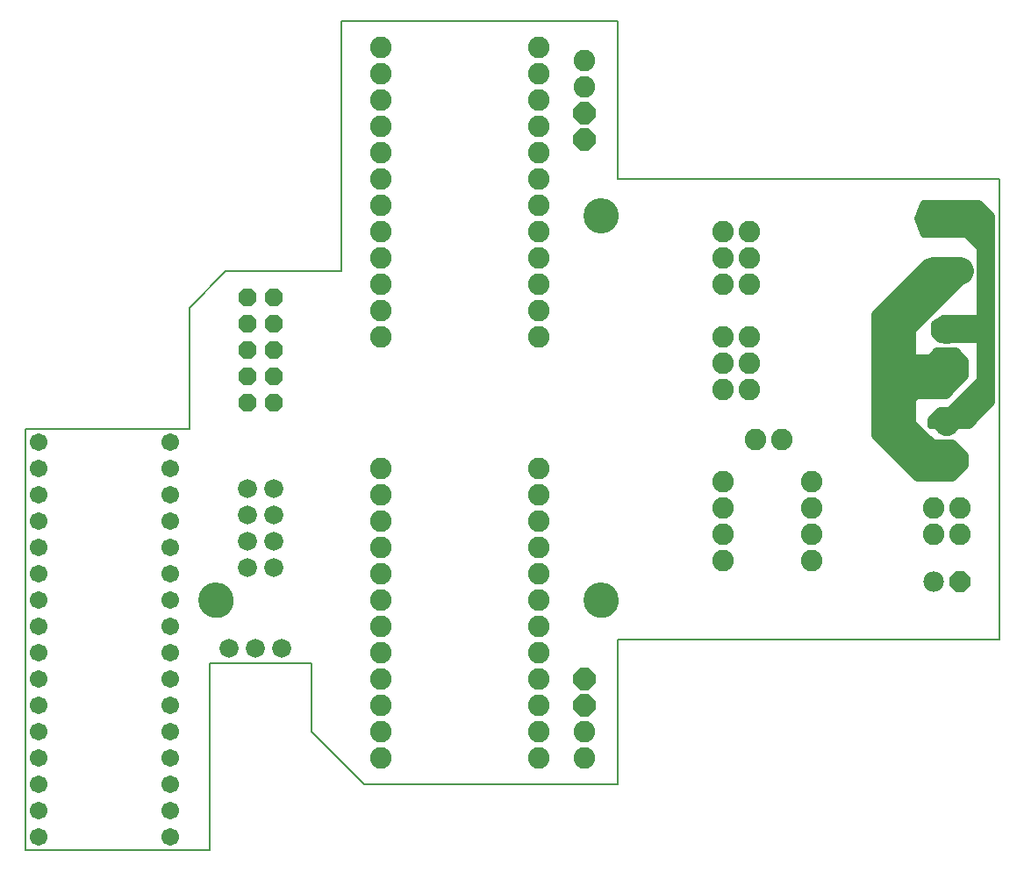
<source format=gbs>
G75*
%MOIN*%
%OFA0B0*%
%FSLAX25Y25*%
%IPPOS*%
%LPD*%
%AMOC8*
5,1,8,0,0,1.08239X$1,22.5*
%
%ADD10C,0.00600*%
%ADD11C,0.00000*%
%ADD12C,0.13398*%
%ADD13C,0.02000*%
%ADD14C,0.06743*%
%ADD15C,0.07200*%
%ADD16OC8,0.06743*%
%ADD17C,0.08200*%
%ADD18C,0.10700*%
%ADD19C,0.09400*%
%ADD20OC8,0.08400*%
%ADD21OC8,0.07800*%
%ADD22C,0.07800*%
D10*
X0003000Y0003000D02*
X0073000Y0003000D01*
X0073000Y0074250D01*
X0111750Y0074250D01*
X0111750Y0048000D01*
X0131750Y0028000D01*
X0228000Y0028000D01*
X0228000Y0083000D01*
X0373000Y0083000D01*
X0373000Y0258000D01*
X0228000Y0258000D01*
X0228000Y0318000D01*
X0123000Y0318000D01*
X0123000Y0223000D01*
X0079250Y0223000D01*
X0065500Y0209250D01*
X0065500Y0163000D01*
X0003000Y0163000D01*
X0003000Y0003000D01*
D11*
X0069201Y0098000D02*
X0069203Y0098158D01*
X0069209Y0098316D01*
X0069219Y0098474D01*
X0069233Y0098632D01*
X0069251Y0098789D01*
X0069272Y0098946D01*
X0069298Y0099102D01*
X0069328Y0099258D01*
X0069361Y0099413D01*
X0069399Y0099566D01*
X0069440Y0099719D01*
X0069485Y0099871D01*
X0069534Y0100022D01*
X0069587Y0100171D01*
X0069643Y0100319D01*
X0069703Y0100465D01*
X0069767Y0100610D01*
X0069835Y0100753D01*
X0069906Y0100895D01*
X0069980Y0101035D01*
X0070058Y0101172D01*
X0070140Y0101308D01*
X0070224Y0101442D01*
X0070313Y0101573D01*
X0070404Y0101702D01*
X0070499Y0101829D01*
X0070596Y0101954D01*
X0070697Y0102076D01*
X0070801Y0102195D01*
X0070908Y0102312D01*
X0071018Y0102426D01*
X0071131Y0102537D01*
X0071246Y0102646D01*
X0071364Y0102751D01*
X0071485Y0102853D01*
X0071608Y0102953D01*
X0071734Y0103049D01*
X0071862Y0103142D01*
X0071992Y0103232D01*
X0072125Y0103318D01*
X0072260Y0103402D01*
X0072396Y0103481D01*
X0072535Y0103558D01*
X0072676Y0103630D01*
X0072818Y0103700D01*
X0072962Y0103765D01*
X0073108Y0103827D01*
X0073255Y0103885D01*
X0073404Y0103940D01*
X0073554Y0103991D01*
X0073705Y0104038D01*
X0073857Y0104081D01*
X0074010Y0104120D01*
X0074165Y0104156D01*
X0074320Y0104187D01*
X0074476Y0104215D01*
X0074632Y0104239D01*
X0074789Y0104259D01*
X0074947Y0104275D01*
X0075104Y0104287D01*
X0075263Y0104295D01*
X0075421Y0104299D01*
X0075579Y0104299D01*
X0075737Y0104295D01*
X0075896Y0104287D01*
X0076053Y0104275D01*
X0076211Y0104259D01*
X0076368Y0104239D01*
X0076524Y0104215D01*
X0076680Y0104187D01*
X0076835Y0104156D01*
X0076990Y0104120D01*
X0077143Y0104081D01*
X0077295Y0104038D01*
X0077446Y0103991D01*
X0077596Y0103940D01*
X0077745Y0103885D01*
X0077892Y0103827D01*
X0078038Y0103765D01*
X0078182Y0103700D01*
X0078324Y0103630D01*
X0078465Y0103558D01*
X0078604Y0103481D01*
X0078740Y0103402D01*
X0078875Y0103318D01*
X0079008Y0103232D01*
X0079138Y0103142D01*
X0079266Y0103049D01*
X0079392Y0102953D01*
X0079515Y0102853D01*
X0079636Y0102751D01*
X0079754Y0102646D01*
X0079869Y0102537D01*
X0079982Y0102426D01*
X0080092Y0102312D01*
X0080199Y0102195D01*
X0080303Y0102076D01*
X0080404Y0101954D01*
X0080501Y0101829D01*
X0080596Y0101702D01*
X0080687Y0101573D01*
X0080776Y0101442D01*
X0080860Y0101308D01*
X0080942Y0101172D01*
X0081020Y0101035D01*
X0081094Y0100895D01*
X0081165Y0100753D01*
X0081233Y0100610D01*
X0081297Y0100465D01*
X0081357Y0100319D01*
X0081413Y0100171D01*
X0081466Y0100022D01*
X0081515Y0099871D01*
X0081560Y0099719D01*
X0081601Y0099566D01*
X0081639Y0099413D01*
X0081672Y0099258D01*
X0081702Y0099102D01*
X0081728Y0098946D01*
X0081749Y0098789D01*
X0081767Y0098632D01*
X0081781Y0098474D01*
X0081791Y0098316D01*
X0081797Y0098158D01*
X0081799Y0098000D01*
X0081797Y0097842D01*
X0081791Y0097684D01*
X0081781Y0097526D01*
X0081767Y0097368D01*
X0081749Y0097211D01*
X0081728Y0097054D01*
X0081702Y0096898D01*
X0081672Y0096742D01*
X0081639Y0096587D01*
X0081601Y0096434D01*
X0081560Y0096281D01*
X0081515Y0096129D01*
X0081466Y0095978D01*
X0081413Y0095829D01*
X0081357Y0095681D01*
X0081297Y0095535D01*
X0081233Y0095390D01*
X0081165Y0095247D01*
X0081094Y0095105D01*
X0081020Y0094965D01*
X0080942Y0094828D01*
X0080860Y0094692D01*
X0080776Y0094558D01*
X0080687Y0094427D01*
X0080596Y0094298D01*
X0080501Y0094171D01*
X0080404Y0094046D01*
X0080303Y0093924D01*
X0080199Y0093805D01*
X0080092Y0093688D01*
X0079982Y0093574D01*
X0079869Y0093463D01*
X0079754Y0093354D01*
X0079636Y0093249D01*
X0079515Y0093147D01*
X0079392Y0093047D01*
X0079266Y0092951D01*
X0079138Y0092858D01*
X0079008Y0092768D01*
X0078875Y0092682D01*
X0078740Y0092598D01*
X0078604Y0092519D01*
X0078465Y0092442D01*
X0078324Y0092370D01*
X0078182Y0092300D01*
X0078038Y0092235D01*
X0077892Y0092173D01*
X0077745Y0092115D01*
X0077596Y0092060D01*
X0077446Y0092009D01*
X0077295Y0091962D01*
X0077143Y0091919D01*
X0076990Y0091880D01*
X0076835Y0091844D01*
X0076680Y0091813D01*
X0076524Y0091785D01*
X0076368Y0091761D01*
X0076211Y0091741D01*
X0076053Y0091725D01*
X0075896Y0091713D01*
X0075737Y0091705D01*
X0075579Y0091701D01*
X0075421Y0091701D01*
X0075263Y0091705D01*
X0075104Y0091713D01*
X0074947Y0091725D01*
X0074789Y0091741D01*
X0074632Y0091761D01*
X0074476Y0091785D01*
X0074320Y0091813D01*
X0074165Y0091844D01*
X0074010Y0091880D01*
X0073857Y0091919D01*
X0073705Y0091962D01*
X0073554Y0092009D01*
X0073404Y0092060D01*
X0073255Y0092115D01*
X0073108Y0092173D01*
X0072962Y0092235D01*
X0072818Y0092300D01*
X0072676Y0092370D01*
X0072535Y0092442D01*
X0072396Y0092519D01*
X0072260Y0092598D01*
X0072125Y0092682D01*
X0071992Y0092768D01*
X0071862Y0092858D01*
X0071734Y0092951D01*
X0071608Y0093047D01*
X0071485Y0093147D01*
X0071364Y0093249D01*
X0071246Y0093354D01*
X0071131Y0093463D01*
X0071018Y0093574D01*
X0070908Y0093688D01*
X0070801Y0093805D01*
X0070697Y0093924D01*
X0070596Y0094046D01*
X0070499Y0094171D01*
X0070404Y0094298D01*
X0070313Y0094427D01*
X0070224Y0094558D01*
X0070140Y0094692D01*
X0070058Y0094828D01*
X0069980Y0094965D01*
X0069906Y0095105D01*
X0069835Y0095247D01*
X0069767Y0095390D01*
X0069703Y0095535D01*
X0069643Y0095681D01*
X0069587Y0095829D01*
X0069534Y0095978D01*
X0069485Y0096129D01*
X0069440Y0096281D01*
X0069399Y0096434D01*
X0069361Y0096587D01*
X0069328Y0096742D01*
X0069298Y0096898D01*
X0069272Y0097054D01*
X0069251Y0097211D01*
X0069233Y0097368D01*
X0069219Y0097526D01*
X0069209Y0097684D01*
X0069203Y0097842D01*
X0069201Y0098000D01*
X0215451Y0098000D02*
X0215453Y0098158D01*
X0215459Y0098316D01*
X0215469Y0098474D01*
X0215483Y0098632D01*
X0215501Y0098789D01*
X0215522Y0098946D01*
X0215548Y0099102D01*
X0215578Y0099258D01*
X0215611Y0099413D01*
X0215649Y0099566D01*
X0215690Y0099719D01*
X0215735Y0099871D01*
X0215784Y0100022D01*
X0215837Y0100171D01*
X0215893Y0100319D01*
X0215953Y0100465D01*
X0216017Y0100610D01*
X0216085Y0100753D01*
X0216156Y0100895D01*
X0216230Y0101035D01*
X0216308Y0101172D01*
X0216390Y0101308D01*
X0216474Y0101442D01*
X0216563Y0101573D01*
X0216654Y0101702D01*
X0216749Y0101829D01*
X0216846Y0101954D01*
X0216947Y0102076D01*
X0217051Y0102195D01*
X0217158Y0102312D01*
X0217268Y0102426D01*
X0217381Y0102537D01*
X0217496Y0102646D01*
X0217614Y0102751D01*
X0217735Y0102853D01*
X0217858Y0102953D01*
X0217984Y0103049D01*
X0218112Y0103142D01*
X0218242Y0103232D01*
X0218375Y0103318D01*
X0218510Y0103402D01*
X0218646Y0103481D01*
X0218785Y0103558D01*
X0218926Y0103630D01*
X0219068Y0103700D01*
X0219212Y0103765D01*
X0219358Y0103827D01*
X0219505Y0103885D01*
X0219654Y0103940D01*
X0219804Y0103991D01*
X0219955Y0104038D01*
X0220107Y0104081D01*
X0220260Y0104120D01*
X0220415Y0104156D01*
X0220570Y0104187D01*
X0220726Y0104215D01*
X0220882Y0104239D01*
X0221039Y0104259D01*
X0221197Y0104275D01*
X0221354Y0104287D01*
X0221513Y0104295D01*
X0221671Y0104299D01*
X0221829Y0104299D01*
X0221987Y0104295D01*
X0222146Y0104287D01*
X0222303Y0104275D01*
X0222461Y0104259D01*
X0222618Y0104239D01*
X0222774Y0104215D01*
X0222930Y0104187D01*
X0223085Y0104156D01*
X0223240Y0104120D01*
X0223393Y0104081D01*
X0223545Y0104038D01*
X0223696Y0103991D01*
X0223846Y0103940D01*
X0223995Y0103885D01*
X0224142Y0103827D01*
X0224288Y0103765D01*
X0224432Y0103700D01*
X0224574Y0103630D01*
X0224715Y0103558D01*
X0224854Y0103481D01*
X0224990Y0103402D01*
X0225125Y0103318D01*
X0225258Y0103232D01*
X0225388Y0103142D01*
X0225516Y0103049D01*
X0225642Y0102953D01*
X0225765Y0102853D01*
X0225886Y0102751D01*
X0226004Y0102646D01*
X0226119Y0102537D01*
X0226232Y0102426D01*
X0226342Y0102312D01*
X0226449Y0102195D01*
X0226553Y0102076D01*
X0226654Y0101954D01*
X0226751Y0101829D01*
X0226846Y0101702D01*
X0226937Y0101573D01*
X0227026Y0101442D01*
X0227110Y0101308D01*
X0227192Y0101172D01*
X0227270Y0101035D01*
X0227344Y0100895D01*
X0227415Y0100753D01*
X0227483Y0100610D01*
X0227547Y0100465D01*
X0227607Y0100319D01*
X0227663Y0100171D01*
X0227716Y0100022D01*
X0227765Y0099871D01*
X0227810Y0099719D01*
X0227851Y0099566D01*
X0227889Y0099413D01*
X0227922Y0099258D01*
X0227952Y0099102D01*
X0227978Y0098946D01*
X0227999Y0098789D01*
X0228017Y0098632D01*
X0228031Y0098474D01*
X0228041Y0098316D01*
X0228047Y0098158D01*
X0228049Y0098000D01*
X0228047Y0097842D01*
X0228041Y0097684D01*
X0228031Y0097526D01*
X0228017Y0097368D01*
X0227999Y0097211D01*
X0227978Y0097054D01*
X0227952Y0096898D01*
X0227922Y0096742D01*
X0227889Y0096587D01*
X0227851Y0096434D01*
X0227810Y0096281D01*
X0227765Y0096129D01*
X0227716Y0095978D01*
X0227663Y0095829D01*
X0227607Y0095681D01*
X0227547Y0095535D01*
X0227483Y0095390D01*
X0227415Y0095247D01*
X0227344Y0095105D01*
X0227270Y0094965D01*
X0227192Y0094828D01*
X0227110Y0094692D01*
X0227026Y0094558D01*
X0226937Y0094427D01*
X0226846Y0094298D01*
X0226751Y0094171D01*
X0226654Y0094046D01*
X0226553Y0093924D01*
X0226449Y0093805D01*
X0226342Y0093688D01*
X0226232Y0093574D01*
X0226119Y0093463D01*
X0226004Y0093354D01*
X0225886Y0093249D01*
X0225765Y0093147D01*
X0225642Y0093047D01*
X0225516Y0092951D01*
X0225388Y0092858D01*
X0225258Y0092768D01*
X0225125Y0092682D01*
X0224990Y0092598D01*
X0224854Y0092519D01*
X0224715Y0092442D01*
X0224574Y0092370D01*
X0224432Y0092300D01*
X0224288Y0092235D01*
X0224142Y0092173D01*
X0223995Y0092115D01*
X0223846Y0092060D01*
X0223696Y0092009D01*
X0223545Y0091962D01*
X0223393Y0091919D01*
X0223240Y0091880D01*
X0223085Y0091844D01*
X0222930Y0091813D01*
X0222774Y0091785D01*
X0222618Y0091761D01*
X0222461Y0091741D01*
X0222303Y0091725D01*
X0222146Y0091713D01*
X0221987Y0091705D01*
X0221829Y0091701D01*
X0221671Y0091701D01*
X0221513Y0091705D01*
X0221354Y0091713D01*
X0221197Y0091725D01*
X0221039Y0091741D01*
X0220882Y0091761D01*
X0220726Y0091785D01*
X0220570Y0091813D01*
X0220415Y0091844D01*
X0220260Y0091880D01*
X0220107Y0091919D01*
X0219955Y0091962D01*
X0219804Y0092009D01*
X0219654Y0092060D01*
X0219505Y0092115D01*
X0219358Y0092173D01*
X0219212Y0092235D01*
X0219068Y0092300D01*
X0218926Y0092370D01*
X0218785Y0092442D01*
X0218646Y0092519D01*
X0218510Y0092598D01*
X0218375Y0092682D01*
X0218242Y0092768D01*
X0218112Y0092858D01*
X0217984Y0092951D01*
X0217858Y0093047D01*
X0217735Y0093147D01*
X0217614Y0093249D01*
X0217496Y0093354D01*
X0217381Y0093463D01*
X0217268Y0093574D01*
X0217158Y0093688D01*
X0217051Y0093805D01*
X0216947Y0093924D01*
X0216846Y0094046D01*
X0216749Y0094171D01*
X0216654Y0094298D01*
X0216563Y0094427D01*
X0216474Y0094558D01*
X0216390Y0094692D01*
X0216308Y0094828D01*
X0216230Y0094965D01*
X0216156Y0095105D01*
X0216085Y0095247D01*
X0216017Y0095390D01*
X0215953Y0095535D01*
X0215893Y0095681D01*
X0215837Y0095829D01*
X0215784Y0095978D01*
X0215735Y0096129D01*
X0215690Y0096281D01*
X0215649Y0096434D01*
X0215611Y0096587D01*
X0215578Y0096742D01*
X0215548Y0096898D01*
X0215522Y0097054D01*
X0215501Y0097211D01*
X0215483Y0097368D01*
X0215469Y0097526D01*
X0215459Y0097684D01*
X0215453Y0097842D01*
X0215451Y0098000D01*
X0215451Y0244250D02*
X0215453Y0244408D01*
X0215459Y0244566D01*
X0215469Y0244724D01*
X0215483Y0244882D01*
X0215501Y0245039D01*
X0215522Y0245196D01*
X0215548Y0245352D01*
X0215578Y0245508D01*
X0215611Y0245663D01*
X0215649Y0245816D01*
X0215690Y0245969D01*
X0215735Y0246121D01*
X0215784Y0246272D01*
X0215837Y0246421D01*
X0215893Y0246569D01*
X0215953Y0246715D01*
X0216017Y0246860D01*
X0216085Y0247003D01*
X0216156Y0247145D01*
X0216230Y0247285D01*
X0216308Y0247422D01*
X0216390Y0247558D01*
X0216474Y0247692D01*
X0216563Y0247823D01*
X0216654Y0247952D01*
X0216749Y0248079D01*
X0216846Y0248204D01*
X0216947Y0248326D01*
X0217051Y0248445D01*
X0217158Y0248562D01*
X0217268Y0248676D01*
X0217381Y0248787D01*
X0217496Y0248896D01*
X0217614Y0249001D01*
X0217735Y0249103D01*
X0217858Y0249203D01*
X0217984Y0249299D01*
X0218112Y0249392D01*
X0218242Y0249482D01*
X0218375Y0249568D01*
X0218510Y0249652D01*
X0218646Y0249731D01*
X0218785Y0249808D01*
X0218926Y0249880D01*
X0219068Y0249950D01*
X0219212Y0250015D01*
X0219358Y0250077D01*
X0219505Y0250135D01*
X0219654Y0250190D01*
X0219804Y0250241D01*
X0219955Y0250288D01*
X0220107Y0250331D01*
X0220260Y0250370D01*
X0220415Y0250406D01*
X0220570Y0250437D01*
X0220726Y0250465D01*
X0220882Y0250489D01*
X0221039Y0250509D01*
X0221197Y0250525D01*
X0221354Y0250537D01*
X0221513Y0250545D01*
X0221671Y0250549D01*
X0221829Y0250549D01*
X0221987Y0250545D01*
X0222146Y0250537D01*
X0222303Y0250525D01*
X0222461Y0250509D01*
X0222618Y0250489D01*
X0222774Y0250465D01*
X0222930Y0250437D01*
X0223085Y0250406D01*
X0223240Y0250370D01*
X0223393Y0250331D01*
X0223545Y0250288D01*
X0223696Y0250241D01*
X0223846Y0250190D01*
X0223995Y0250135D01*
X0224142Y0250077D01*
X0224288Y0250015D01*
X0224432Y0249950D01*
X0224574Y0249880D01*
X0224715Y0249808D01*
X0224854Y0249731D01*
X0224990Y0249652D01*
X0225125Y0249568D01*
X0225258Y0249482D01*
X0225388Y0249392D01*
X0225516Y0249299D01*
X0225642Y0249203D01*
X0225765Y0249103D01*
X0225886Y0249001D01*
X0226004Y0248896D01*
X0226119Y0248787D01*
X0226232Y0248676D01*
X0226342Y0248562D01*
X0226449Y0248445D01*
X0226553Y0248326D01*
X0226654Y0248204D01*
X0226751Y0248079D01*
X0226846Y0247952D01*
X0226937Y0247823D01*
X0227026Y0247692D01*
X0227110Y0247558D01*
X0227192Y0247422D01*
X0227270Y0247285D01*
X0227344Y0247145D01*
X0227415Y0247003D01*
X0227483Y0246860D01*
X0227547Y0246715D01*
X0227607Y0246569D01*
X0227663Y0246421D01*
X0227716Y0246272D01*
X0227765Y0246121D01*
X0227810Y0245969D01*
X0227851Y0245816D01*
X0227889Y0245663D01*
X0227922Y0245508D01*
X0227952Y0245352D01*
X0227978Y0245196D01*
X0227999Y0245039D01*
X0228017Y0244882D01*
X0228031Y0244724D01*
X0228041Y0244566D01*
X0228047Y0244408D01*
X0228049Y0244250D01*
X0228047Y0244092D01*
X0228041Y0243934D01*
X0228031Y0243776D01*
X0228017Y0243618D01*
X0227999Y0243461D01*
X0227978Y0243304D01*
X0227952Y0243148D01*
X0227922Y0242992D01*
X0227889Y0242837D01*
X0227851Y0242684D01*
X0227810Y0242531D01*
X0227765Y0242379D01*
X0227716Y0242228D01*
X0227663Y0242079D01*
X0227607Y0241931D01*
X0227547Y0241785D01*
X0227483Y0241640D01*
X0227415Y0241497D01*
X0227344Y0241355D01*
X0227270Y0241215D01*
X0227192Y0241078D01*
X0227110Y0240942D01*
X0227026Y0240808D01*
X0226937Y0240677D01*
X0226846Y0240548D01*
X0226751Y0240421D01*
X0226654Y0240296D01*
X0226553Y0240174D01*
X0226449Y0240055D01*
X0226342Y0239938D01*
X0226232Y0239824D01*
X0226119Y0239713D01*
X0226004Y0239604D01*
X0225886Y0239499D01*
X0225765Y0239397D01*
X0225642Y0239297D01*
X0225516Y0239201D01*
X0225388Y0239108D01*
X0225258Y0239018D01*
X0225125Y0238932D01*
X0224990Y0238848D01*
X0224854Y0238769D01*
X0224715Y0238692D01*
X0224574Y0238620D01*
X0224432Y0238550D01*
X0224288Y0238485D01*
X0224142Y0238423D01*
X0223995Y0238365D01*
X0223846Y0238310D01*
X0223696Y0238259D01*
X0223545Y0238212D01*
X0223393Y0238169D01*
X0223240Y0238130D01*
X0223085Y0238094D01*
X0222930Y0238063D01*
X0222774Y0238035D01*
X0222618Y0238011D01*
X0222461Y0237991D01*
X0222303Y0237975D01*
X0222146Y0237963D01*
X0221987Y0237955D01*
X0221829Y0237951D01*
X0221671Y0237951D01*
X0221513Y0237955D01*
X0221354Y0237963D01*
X0221197Y0237975D01*
X0221039Y0237991D01*
X0220882Y0238011D01*
X0220726Y0238035D01*
X0220570Y0238063D01*
X0220415Y0238094D01*
X0220260Y0238130D01*
X0220107Y0238169D01*
X0219955Y0238212D01*
X0219804Y0238259D01*
X0219654Y0238310D01*
X0219505Y0238365D01*
X0219358Y0238423D01*
X0219212Y0238485D01*
X0219068Y0238550D01*
X0218926Y0238620D01*
X0218785Y0238692D01*
X0218646Y0238769D01*
X0218510Y0238848D01*
X0218375Y0238932D01*
X0218242Y0239018D01*
X0218112Y0239108D01*
X0217984Y0239201D01*
X0217858Y0239297D01*
X0217735Y0239397D01*
X0217614Y0239499D01*
X0217496Y0239604D01*
X0217381Y0239713D01*
X0217268Y0239824D01*
X0217158Y0239938D01*
X0217051Y0240055D01*
X0216947Y0240174D01*
X0216846Y0240296D01*
X0216749Y0240421D01*
X0216654Y0240548D01*
X0216563Y0240677D01*
X0216474Y0240808D01*
X0216390Y0240942D01*
X0216308Y0241078D01*
X0216230Y0241215D01*
X0216156Y0241355D01*
X0216085Y0241497D01*
X0216017Y0241640D01*
X0215953Y0241785D01*
X0215893Y0241931D01*
X0215837Y0242079D01*
X0215784Y0242228D01*
X0215735Y0242379D01*
X0215690Y0242531D01*
X0215649Y0242684D01*
X0215611Y0242837D01*
X0215578Y0242992D01*
X0215548Y0243148D01*
X0215522Y0243304D01*
X0215501Y0243461D01*
X0215483Y0243618D01*
X0215469Y0243776D01*
X0215459Y0243934D01*
X0215453Y0244092D01*
X0215451Y0244250D01*
D12*
X0221750Y0244250D03*
X0221750Y0098000D03*
X0075500Y0098000D03*
D13*
X0325500Y0160500D02*
X0341750Y0144250D01*
X0355500Y0144250D01*
X0360500Y0149250D01*
X0360500Y0153000D01*
X0355500Y0158000D01*
X0348000Y0158000D01*
X0340500Y0165500D01*
X0340500Y0174250D01*
X0341750Y0175500D01*
X0353000Y0175500D01*
X0360500Y0183000D01*
X0360500Y0189250D01*
X0356750Y0193000D01*
X0349250Y0193000D01*
X0346750Y0190500D01*
X0340500Y0190500D01*
X0340500Y0200500D01*
X0359250Y0219250D01*
X0359250Y0225500D01*
X0358000Y0226750D01*
X0345500Y0226750D01*
X0325500Y0206750D01*
X0325500Y0160500D01*
X0326135Y0159865D02*
X0346135Y0159865D01*
X0344137Y0161863D02*
X0325500Y0161863D01*
X0325500Y0163862D02*
X0342138Y0163862D01*
X0340500Y0165860D02*
X0325500Y0165860D01*
X0325500Y0167859D02*
X0340500Y0167859D01*
X0340500Y0169857D02*
X0325500Y0169857D01*
X0325500Y0171856D02*
X0340500Y0171856D01*
X0340500Y0173854D02*
X0325500Y0173854D01*
X0325500Y0175853D02*
X0353353Y0175853D01*
X0355351Y0177851D02*
X0325500Y0177851D01*
X0325500Y0179850D02*
X0357350Y0179850D01*
X0359348Y0181848D02*
X0325500Y0181848D01*
X0325500Y0183847D02*
X0360500Y0183847D01*
X0360500Y0185845D02*
X0325500Y0185845D01*
X0325500Y0187844D02*
X0360500Y0187844D01*
X0359908Y0189842D02*
X0325500Y0189842D01*
X0325500Y0191841D02*
X0340500Y0191841D01*
X0340500Y0193839D02*
X0325500Y0193839D01*
X0325500Y0195838D02*
X0340500Y0195838D01*
X0340500Y0197836D02*
X0325500Y0197836D01*
X0325500Y0199835D02*
X0340500Y0199835D01*
X0341833Y0201833D02*
X0325500Y0201833D01*
X0325500Y0203832D02*
X0343832Y0203832D01*
X0345830Y0205830D02*
X0325500Y0205830D01*
X0326579Y0207829D02*
X0347829Y0207829D01*
X0349827Y0209827D02*
X0328577Y0209827D01*
X0330576Y0211826D02*
X0351826Y0211826D01*
X0353824Y0213824D02*
X0332574Y0213824D01*
X0334573Y0215823D02*
X0355823Y0215823D01*
X0357821Y0217821D02*
X0336571Y0217821D01*
X0338570Y0219820D02*
X0359250Y0219820D01*
X0359250Y0221818D02*
X0340568Y0221818D01*
X0342567Y0223817D02*
X0359250Y0223817D01*
X0358935Y0225815D02*
X0344565Y0225815D01*
X0344250Y0236750D02*
X0341750Y0243000D01*
X0344250Y0249250D01*
X0365500Y0249250D01*
X0370500Y0244250D01*
X0370500Y0173000D01*
X0361750Y0164250D01*
X0346750Y0164250D01*
X0346750Y0166750D01*
X0350500Y0170500D01*
X0354250Y0170500D01*
X0365500Y0181750D01*
X0365500Y0231750D01*
X0360500Y0236750D01*
X0344250Y0236750D01*
X0343827Y0237806D02*
X0370500Y0237806D01*
X0370500Y0235808D02*
X0361442Y0235808D01*
X0363441Y0233809D02*
X0370500Y0233809D01*
X0370500Y0231811D02*
X0365439Y0231811D01*
X0365500Y0229812D02*
X0370500Y0229812D01*
X0370500Y0227814D02*
X0365500Y0227814D01*
X0365500Y0225815D02*
X0370500Y0225815D01*
X0370500Y0223817D02*
X0365500Y0223817D01*
X0365500Y0221818D02*
X0370500Y0221818D01*
X0370500Y0219820D02*
X0365500Y0219820D01*
X0365500Y0217821D02*
X0370500Y0217821D01*
X0370500Y0215823D02*
X0365500Y0215823D01*
X0365500Y0213824D02*
X0370500Y0213824D01*
X0370500Y0211826D02*
X0365500Y0211826D01*
X0365500Y0209827D02*
X0370500Y0209827D01*
X0370500Y0207829D02*
X0365500Y0207829D01*
X0365500Y0205830D02*
X0370500Y0205830D01*
X0370500Y0203832D02*
X0365500Y0203832D01*
X0349248Y0203832D01*
X0348000Y0203000D02*
X0351750Y0205500D01*
X0365500Y0205500D01*
X0365500Y0196750D01*
X0350500Y0196750D01*
X0348000Y0199250D01*
X0348000Y0203000D01*
X0348000Y0201833D02*
X0365500Y0201833D01*
X0370500Y0201833D01*
X0370500Y0199835D02*
X0365500Y0199835D01*
X0348000Y0199835D01*
X0349414Y0197836D02*
X0365500Y0197836D01*
X0370500Y0197836D01*
X0370500Y0195838D02*
X0365500Y0195838D01*
X0365500Y0193839D02*
X0370500Y0193839D01*
X0370500Y0191841D02*
X0365500Y0191841D01*
X0365500Y0189842D02*
X0370500Y0189842D01*
X0370500Y0187844D02*
X0365500Y0187844D01*
X0365500Y0185845D02*
X0370500Y0185845D01*
X0370500Y0183847D02*
X0365500Y0183847D01*
X0365500Y0181848D02*
X0370500Y0181848D01*
X0370500Y0179850D02*
X0363600Y0179850D01*
X0361601Y0177851D02*
X0370500Y0177851D01*
X0370500Y0175853D02*
X0359603Y0175853D01*
X0357604Y0173854D02*
X0370500Y0173854D01*
X0369356Y0171856D02*
X0355606Y0171856D01*
X0349857Y0169857D02*
X0367357Y0169857D01*
X0365359Y0167859D02*
X0347859Y0167859D01*
X0346750Y0165860D02*
X0363360Y0165860D01*
X0355634Y0157866D02*
X0328134Y0157866D01*
X0330132Y0155868D02*
X0357632Y0155868D01*
X0359631Y0153869D02*
X0332131Y0153869D01*
X0334130Y0151870D02*
X0360500Y0151870D01*
X0360500Y0149872D02*
X0336128Y0149872D01*
X0338127Y0147873D02*
X0359123Y0147873D01*
X0357125Y0145875D02*
X0340125Y0145875D01*
X0348091Y0191841D02*
X0357909Y0191841D01*
X0370500Y0239805D02*
X0343028Y0239805D01*
X0342229Y0241803D02*
X0370500Y0241803D01*
X0370500Y0243802D02*
X0342071Y0243802D01*
X0342870Y0245801D02*
X0368949Y0245801D01*
X0366951Y0247799D02*
X0343670Y0247799D01*
D14*
X0058000Y0158000D03*
X0058000Y0148000D03*
X0058000Y0138000D03*
X0058000Y0128000D03*
X0058000Y0118000D03*
X0058000Y0108000D03*
X0058000Y0098000D03*
X0058000Y0088000D03*
X0058000Y0078000D03*
X0058000Y0068000D03*
X0058000Y0058000D03*
X0058000Y0048000D03*
X0058000Y0038000D03*
X0058000Y0028000D03*
X0058000Y0018000D03*
X0058000Y0008000D03*
X0008000Y0008000D03*
X0008000Y0018000D03*
X0008000Y0028000D03*
X0008000Y0038000D03*
X0008000Y0048000D03*
X0008000Y0058000D03*
X0008000Y0068000D03*
X0008000Y0078000D03*
X0008000Y0088000D03*
X0008000Y0098000D03*
X0008000Y0108000D03*
X0008000Y0118000D03*
X0008000Y0128000D03*
X0008000Y0138000D03*
X0008000Y0148000D03*
X0008000Y0158000D03*
D15*
X0087375Y0140500D03*
X0097375Y0140500D03*
X0097375Y0130500D03*
X0087375Y0130500D03*
X0087375Y0120500D03*
X0097375Y0120500D03*
X0097375Y0110500D03*
X0087375Y0110500D03*
X0090500Y0079875D03*
X0080500Y0079875D03*
X0100500Y0079875D03*
D16*
X0097375Y0173000D03*
X0087375Y0173000D03*
X0087375Y0183000D03*
X0097375Y0183000D03*
X0097375Y0193000D03*
X0087375Y0193000D03*
X0087375Y0203000D03*
X0097375Y0203000D03*
X0097375Y0213000D03*
X0087375Y0213000D03*
D17*
X0138000Y0208000D03*
X0138000Y0198000D03*
X0138000Y0218000D03*
X0138000Y0228000D03*
X0138000Y0238000D03*
X0138000Y0248000D03*
X0138000Y0258000D03*
X0138000Y0268000D03*
X0138000Y0278000D03*
X0138000Y0288000D03*
X0138000Y0298000D03*
X0138000Y0308000D03*
X0198000Y0308000D03*
X0198000Y0298000D03*
X0198000Y0288000D03*
X0198000Y0278000D03*
X0198000Y0268000D03*
X0198000Y0258000D03*
X0198000Y0248000D03*
X0198000Y0238000D03*
X0198000Y0228000D03*
X0198000Y0218000D03*
X0198000Y0208000D03*
X0198000Y0198000D03*
X0198000Y0148000D03*
X0198000Y0138000D03*
X0198000Y0128000D03*
X0198000Y0118000D03*
X0198000Y0108000D03*
X0198000Y0098000D03*
X0198000Y0088000D03*
X0198000Y0078000D03*
X0198000Y0068000D03*
X0198000Y0058000D03*
X0198000Y0048000D03*
X0198000Y0038000D03*
X0215500Y0038000D03*
X0215500Y0048000D03*
X0138000Y0048000D03*
X0138000Y0038000D03*
X0138000Y0058000D03*
X0138000Y0068000D03*
X0138000Y0078000D03*
X0138000Y0088000D03*
X0138000Y0098000D03*
X0138000Y0108000D03*
X0138000Y0118000D03*
X0138000Y0128000D03*
X0138000Y0138000D03*
X0138000Y0148000D03*
X0268000Y0143000D03*
X0268000Y0133000D03*
X0268000Y0123000D03*
X0268000Y0113000D03*
X0301750Y0113000D03*
X0301750Y0123000D03*
X0301750Y0133000D03*
X0301750Y0143000D03*
X0290500Y0159250D03*
X0280500Y0159250D03*
X0278000Y0178000D03*
X0268000Y0178000D03*
X0268000Y0188000D03*
X0278000Y0188000D03*
X0278000Y0198000D03*
X0268000Y0198000D03*
X0268000Y0218000D03*
X0278000Y0218000D03*
X0278000Y0228000D03*
X0268000Y0228000D03*
X0268000Y0238000D03*
X0278000Y0238000D03*
X0215500Y0293000D03*
X0215500Y0303000D03*
X0348000Y0133000D03*
X0358000Y0133000D03*
X0358000Y0123000D03*
X0348000Y0123000D03*
D18*
X0348050Y0223157D02*
X0357950Y0223157D01*
X0357950Y0242843D02*
X0348050Y0242843D01*
D19*
X0353000Y0200087D03*
X0353000Y0186307D03*
X0353000Y0165087D03*
X0353000Y0151307D03*
D20*
X0215500Y0068000D03*
X0215500Y0058000D03*
X0215500Y0273000D03*
X0215500Y0283000D03*
D21*
X0358000Y0105000D03*
D22*
X0348000Y0105000D03*
M02*

</source>
